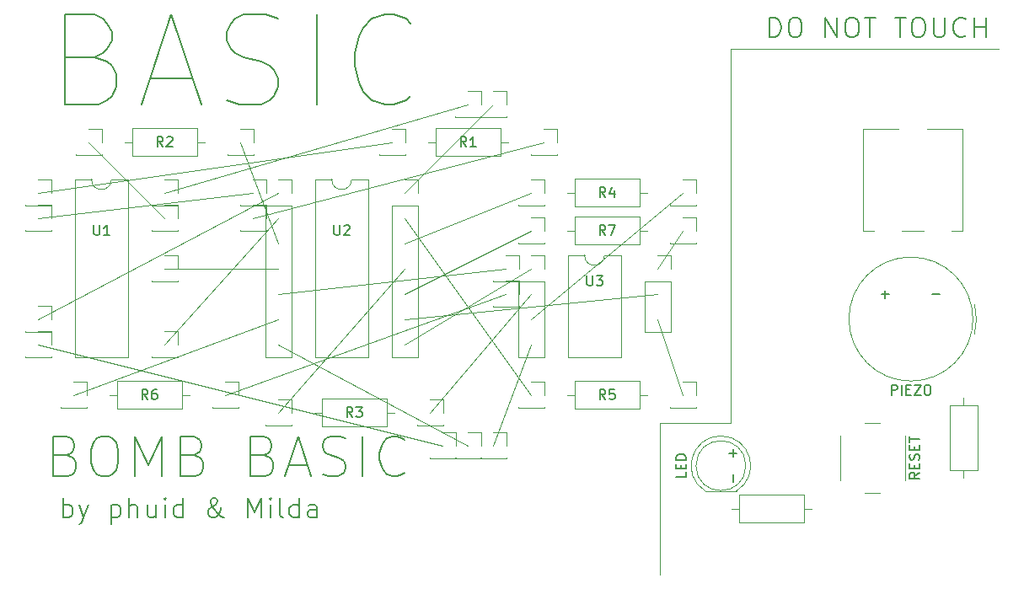
<source format=gbr>
%TF.GenerationSoftware,KiCad,Pcbnew,(6.0.5)*%
%TF.CreationDate,2022-06-11T21:03:46+02:00*%
%TF.ProjectId,bomba-robotabor,626f6d62-612d-4726-9f62-6f7461626f72,rev?*%
%TF.SameCoordinates,Original*%
%TF.FileFunction,Legend,Top*%
%TF.FilePolarity,Positive*%
%FSLAX46Y46*%
G04 Gerber Fmt 4.6, Leading zero omitted, Abs format (unit mm)*
G04 Created by KiCad (PCBNEW (6.0.5)) date 2022-06-11 21:03:46*
%MOMM*%
%LPD*%
G01*
G04 APERTURE LIST*
%ADD10C,0.120000*%
%ADD11C,0.150000*%
G04 APERTURE END LIST*
D10*
X120396000Y-77470000D02*
X140970000Y-69850000D01*
X129540000Y-57150000D02*
X160020000Y-48260000D01*
X166370000Y-64770000D02*
X153670000Y-72390000D01*
X186436000Y-42672000D02*
X186436000Y-80264000D01*
X179324000Y-80264000D02*
X179324000Y-95504000D01*
X140970000Y-72390000D02*
X160020000Y-82550000D01*
X167640000Y-52070000D02*
X138430000Y-59690000D01*
X121920000Y-52070000D02*
X129540000Y-59690000D01*
X152400000Y-52070000D02*
X116840000Y-57150000D01*
X181610000Y-77470000D02*
X179070000Y-69850000D01*
X116840000Y-72390000D02*
X157480000Y-82550000D01*
X166370000Y-77470000D02*
X153670000Y-59690000D01*
X129540000Y-72390000D02*
X140970000Y-59690000D01*
X166370000Y-69850000D02*
X181610000Y-57150000D01*
X156210000Y-79248000D02*
X166370000Y-67310000D01*
X166370000Y-57150000D02*
X153670000Y-62230000D01*
X153670000Y-57150000D02*
X162560000Y-48260000D01*
X135636000Y-77470000D02*
X163830000Y-67310000D01*
X166370000Y-60960000D02*
X153670000Y-67310000D01*
X116840000Y-59690000D02*
X138430000Y-57150000D01*
X186436000Y-80264000D02*
X179324000Y-80264000D01*
X179070000Y-67310000D02*
X153670000Y-69850000D01*
X163830000Y-64770000D02*
X140970000Y-67310000D01*
X166370000Y-72390000D02*
X162560000Y-82550000D01*
X129540000Y-64770000D02*
X140970000Y-64770000D01*
X116840000Y-69850000D02*
X140970000Y-57150000D01*
X140970000Y-79248000D02*
X153670000Y-64770000D01*
X213360000Y-42672000D02*
X186436000Y-42672000D01*
X179070000Y-64770000D02*
X181610000Y-60960000D01*
X140970000Y-62230000D02*
X137160000Y-52070000D01*
D11*
X206629047Y-67381428D02*
X207390952Y-67381428D01*
X201549047Y-67381428D02*
X202310952Y-67381428D01*
X201930000Y-67762380D02*
X201930000Y-67000476D01*
X186618571Y-82931047D02*
X186618571Y-83692952D01*
X186237619Y-83312000D02*
X186999523Y-83312000D01*
X122509142Y-43553142D02*
X123794857Y-43981714D01*
X124223428Y-44410285D01*
X124652000Y-45267428D01*
X124652000Y-46553142D01*
X124223428Y-47410285D01*
X123794857Y-47838857D01*
X122937714Y-48267428D01*
X119509142Y-48267428D01*
X119509142Y-39267428D01*
X122509142Y-39267428D01*
X123366285Y-39696000D01*
X123794857Y-40124571D01*
X124223428Y-40981714D01*
X124223428Y-41838857D01*
X123794857Y-42696000D01*
X123366285Y-43124571D01*
X122509142Y-43553142D01*
X119509142Y-43553142D01*
X128080571Y-45696000D02*
X132366285Y-45696000D01*
X127223428Y-48267428D02*
X130223428Y-39267428D01*
X133223428Y-48267428D01*
X135794857Y-47838857D02*
X137080571Y-48267428D01*
X139223428Y-48267428D01*
X140080571Y-47838857D01*
X140509142Y-47410285D01*
X140937714Y-46553142D01*
X140937714Y-45696000D01*
X140509142Y-44838857D01*
X140080571Y-44410285D01*
X139223428Y-43981714D01*
X137509142Y-43553142D01*
X136652000Y-43124571D01*
X136223428Y-42696000D01*
X135794857Y-41838857D01*
X135794857Y-40981714D01*
X136223428Y-40124571D01*
X136652000Y-39696000D01*
X137509142Y-39267428D01*
X139652000Y-39267428D01*
X140937714Y-39696000D01*
X144794857Y-48267428D02*
X144794857Y-39267428D01*
X154223428Y-47410285D02*
X153794857Y-47838857D01*
X152509142Y-48267428D01*
X151652000Y-48267428D01*
X150366285Y-47838857D01*
X149509142Y-46981714D01*
X149080571Y-46124571D01*
X148652000Y-44410285D01*
X148652000Y-43124571D01*
X149080571Y-41410285D01*
X149509142Y-40553142D01*
X150366285Y-39696000D01*
X151652000Y-39267428D01*
X152509142Y-39267428D01*
X153794857Y-39696000D01*
X154223428Y-40124571D01*
X190310857Y-41544761D02*
X190310857Y-39544761D01*
X190787047Y-39544761D01*
X191072761Y-39640000D01*
X191263238Y-39830476D01*
X191358476Y-40020952D01*
X191453714Y-40401904D01*
X191453714Y-40687619D01*
X191358476Y-41068571D01*
X191263238Y-41259047D01*
X191072761Y-41449523D01*
X190787047Y-41544761D01*
X190310857Y-41544761D01*
X192691809Y-39544761D02*
X193072761Y-39544761D01*
X193263238Y-39640000D01*
X193453714Y-39830476D01*
X193548952Y-40211428D01*
X193548952Y-40878095D01*
X193453714Y-41259047D01*
X193263238Y-41449523D01*
X193072761Y-41544761D01*
X192691809Y-41544761D01*
X192501333Y-41449523D01*
X192310857Y-41259047D01*
X192215619Y-40878095D01*
X192215619Y-40211428D01*
X192310857Y-39830476D01*
X192501333Y-39640000D01*
X192691809Y-39544761D01*
X195929904Y-41544761D02*
X195929904Y-39544761D01*
X197072761Y-41544761D01*
X197072761Y-39544761D01*
X198406095Y-39544761D02*
X198787047Y-39544761D01*
X198977523Y-39640000D01*
X199168000Y-39830476D01*
X199263238Y-40211428D01*
X199263238Y-40878095D01*
X199168000Y-41259047D01*
X198977523Y-41449523D01*
X198787047Y-41544761D01*
X198406095Y-41544761D01*
X198215619Y-41449523D01*
X198025142Y-41259047D01*
X197929904Y-40878095D01*
X197929904Y-40211428D01*
X198025142Y-39830476D01*
X198215619Y-39640000D01*
X198406095Y-39544761D01*
X199834666Y-39544761D02*
X200977523Y-39544761D01*
X200406095Y-41544761D02*
X200406095Y-39544761D01*
X202882285Y-39544761D02*
X204025142Y-39544761D01*
X203453714Y-41544761D02*
X203453714Y-39544761D01*
X205072761Y-39544761D02*
X205453714Y-39544761D01*
X205644190Y-39640000D01*
X205834666Y-39830476D01*
X205929904Y-40211428D01*
X205929904Y-40878095D01*
X205834666Y-41259047D01*
X205644190Y-41449523D01*
X205453714Y-41544761D01*
X205072761Y-41544761D01*
X204882285Y-41449523D01*
X204691809Y-41259047D01*
X204596571Y-40878095D01*
X204596571Y-40211428D01*
X204691809Y-39830476D01*
X204882285Y-39640000D01*
X205072761Y-39544761D01*
X206787047Y-39544761D02*
X206787047Y-41163809D01*
X206882285Y-41354285D01*
X206977523Y-41449523D01*
X207168000Y-41544761D01*
X207548952Y-41544761D01*
X207739428Y-41449523D01*
X207834666Y-41354285D01*
X207929904Y-41163809D01*
X207929904Y-39544761D01*
X210025142Y-41354285D02*
X209929904Y-41449523D01*
X209644190Y-41544761D01*
X209453714Y-41544761D01*
X209168000Y-41449523D01*
X208977523Y-41259047D01*
X208882285Y-41068571D01*
X208787047Y-40687619D01*
X208787047Y-40401904D01*
X208882285Y-40020952D01*
X208977523Y-39830476D01*
X209168000Y-39640000D01*
X209453714Y-39544761D01*
X209644190Y-39544761D01*
X209929904Y-39640000D01*
X210025142Y-39735238D01*
X210882285Y-41544761D02*
X210882285Y-39544761D01*
X210882285Y-40497142D02*
X212025142Y-40497142D01*
X212025142Y-41544761D02*
X212025142Y-39544761D01*
X119699523Y-83534285D02*
X120270952Y-83724761D01*
X120461428Y-83915238D01*
X120651904Y-84296190D01*
X120651904Y-84867619D01*
X120461428Y-85248571D01*
X120270952Y-85439047D01*
X119890000Y-85629523D01*
X118366190Y-85629523D01*
X118366190Y-81629523D01*
X119699523Y-81629523D01*
X120080476Y-81820000D01*
X120270952Y-82010476D01*
X120461428Y-82391428D01*
X120461428Y-82772380D01*
X120270952Y-83153333D01*
X120080476Y-83343809D01*
X119699523Y-83534285D01*
X118366190Y-83534285D01*
X123128095Y-81629523D02*
X123890000Y-81629523D01*
X124270952Y-81820000D01*
X124651904Y-82200952D01*
X124842380Y-82962857D01*
X124842380Y-84296190D01*
X124651904Y-85058095D01*
X124270952Y-85439047D01*
X123890000Y-85629523D01*
X123128095Y-85629523D01*
X122747142Y-85439047D01*
X122366190Y-85058095D01*
X122175714Y-84296190D01*
X122175714Y-82962857D01*
X122366190Y-82200952D01*
X122747142Y-81820000D01*
X123128095Y-81629523D01*
X126556666Y-85629523D02*
X126556666Y-81629523D01*
X127890000Y-84486666D01*
X129223333Y-81629523D01*
X129223333Y-85629523D01*
X132461428Y-83534285D02*
X133032857Y-83724761D01*
X133223333Y-83915238D01*
X133413809Y-84296190D01*
X133413809Y-84867619D01*
X133223333Y-85248571D01*
X133032857Y-85439047D01*
X132651904Y-85629523D01*
X131128095Y-85629523D01*
X131128095Y-81629523D01*
X132461428Y-81629523D01*
X132842380Y-81820000D01*
X133032857Y-82010476D01*
X133223333Y-82391428D01*
X133223333Y-82772380D01*
X133032857Y-83153333D01*
X132842380Y-83343809D01*
X132461428Y-83534285D01*
X131128095Y-83534285D01*
X139509047Y-83534285D02*
X140080476Y-83724761D01*
X140270952Y-83915238D01*
X140461428Y-84296190D01*
X140461428Y-84867619D01*
X140270952Y-85248571D01*
X140080476Y-85439047D01*
X139699523Y-85629523D01*
X138175714Y-85629523D01*
X138175714Y-81629523D01*
X139509047Y-81629523D01*
X139890000Y-81820000D01*
X140080476Y-82010476D01*
X140270952Y-82391428D01*
X140270952Y-82772380D01*
X140080476Y-83153333D01*
X139890000Y-83343809D01*
X139509047Y-83534285D01*
X138175714Y-83534285D01*
X141985238Y-84486666D02*
X143890000Y-84486666D01*
X141604285Y-85629523D02*
X142937619Y-81629523D01*
X144270952Y-85629523D01*
X145413809Y-85439047D02*
X145985238Y-85629523D01*
X146937619Y-85629523D01*
X147318571Y-85439047D01*
X147509047Y-85248571D01*
X147699523Y-84867619D01*
X147699523Y-84486666D01*
X147509047Y-84105714D01*
X147318571Y-83915238D01*
X146937619Y-83724761D01*
X146175714Y-83534285D01*
X145794761Y-83343809D01*
X145604285Y-83153333D01*
X145413809Y-82772380D01*
X145413809Y-82391428D01*
X145604285Y-82010476D01*
X145794761Y-81820000D01*
X146175714Y-81629523D01*
X147128095Y-81629523D01*
X147699523Y-81820000D01*
X149413809Y-85629523D02*
X149413809Y-81629523D01*
X153604285Y-85248571D02*
X153413809Y-85439047D01*
X152842380Y-85629523D01*
X152461428Y-85629523D01*
X151890000Y-85439047D01*
X151509047Y-85058095D01*
X151318571Y-84677142D01*
X151128095Y-83915238D01*
X151128095Y-83343809D01*
X151318571Y-82581904D01*
X151509047Y-82200952D01*
X151890000Y-81820000D01*
X152461428Y-81629523D01*
X152842380Y-81629523D01*
X153413809Y-81820000D01*
X153604285Y-82010476D01*
X186618571Y-85471047D02*
X186618571Y-86232952D01*
X119318095Y-89804761D02*
X119318095Y-87804761D01*
X119318095Y-88566666D02*
X119508571Y-88471428D01*
X119889523Y-88471428D01*
X120080000Y-88566666D01*
X120175238Y-88661904D01*
X120270476Y-88852380D01*
X120270476Y-89423809D01*
X120175238Y-89614285D01*
X120080000Y-89709523D01*
X119889523Y-89804761D01*
X119508571Y-89804761D01*
X119318095Y-89709523D01*
X120937142Y-88471428D02*
X121413333Y-89804761D01*
X121889523Y-88471428D02*
X121413333Y-89804761D01*
X121222857Y-90280952D01*
X121127619Y-90376190D01*
X120937142Y-90471428D01*
X124175238Y-88471428D02*
X124175238Y-90471428D01*
X124175238Y-88566666D02*
X124365714Y-88471428D01*
X124746666Y-88471428D01*
X124937142Y-88566666D01*
X125032380Y-88661904D01*
X125127619Y-88852380D01*
X125127619Y-89423809D01*
X125032380Y-89614285D01*
X124937142Y-89709523D01*
X124746666Y-89804761D01*
X124365714Y-89804761D01*
X124175238Y-89709523D01*
X125984761Y-89804761D02*
X125984761Y-87804761D01*
X126841904Y-89804761D02*
X126841904Y-88757142D01*
X126746666Y-88566666D01*
X126556190Y-88471428D01*
X126270476Y-88471428D01*
X126080000Y-88566666D01*
X125984761Y-88661904D01*
X128651428Y-88471428D02*
X128651428Y-89804761D01*
X127794285Y-88471428D02*
X127794285Y-89519047D01*
X127889523Y-89709523D01*
X128080000Y-89804761D01*
X128365714Y-89804761D01*
X128556190Y-89709523D01*
X128651428Y-89614285D01*
X129603809Y-89804761D02*
X129603809Y-88471428D01*
X129603809Y-87804761D02*
X129508571Y-87900000D01*
X129603809Y-87995238D01*
X129699047Y-87900000D01*
X129603809Y-87804761D01*
X129603809Y-87995238D01*
X131413333Y-89804761D02*
X131413333Y-87804761D01*
X131413333Y-89709523D02*
X131222857Y-89804761D01*
X130841904Y-89804761D01*
X130651428Y-89709523D01*
X130556190Y-89614285D01*
X130460952Y-89423809D01*
X130460952Y-88852380D01*
X130556190Y-88661904D01*
X130651428Y-88566666D01*
X130841904Y-88471428D01*
X131222857Y-88471428D01*
X131413333Y-88566666D01*
X135508571Y-89804761D02*
X135413333Y-89804761D01*
X135222857Y-89709523D01*
X134937142Y-89423809D01*
X134460952Y-88852380D01*
X134270476Y-88566666D01*
X134175238Y-88280952D01*
X134175238Y-88090476D01*
X134270476Y-87900000D01*
X134460952Y-87804761D01*
X134556190Y-87804761D01*
X134746666Y-87900000D01*
X134841904Y-88090476D01*
X134841904Y-88185714D01*
X134746666Y-88376190D01*
X134651428Y-88471428D01*
X134080000Y-88852380D01*
X133984761Y-88947619D01*
X133889523Y-89138095D01*
X133889523Y-89423809D01*
X133984761Y-89614285D01*
X134080000Y-89709523D01*
X134270476Y-89804761D01*
X134556190Y-89804761D01*
X134746666Y-89709523D01*
X134841904Y-89614285D01*
X135127619Y-89233333D01*
X135222857Y-88947619D01*
X135222857Y-88757142D01*
X137889523Y-89804761D02*
X137889523Y-87804761D01*
X138556190Y-89233333D01*
X139222857Y-87804761D01*
X139222857Y-89804761D01*
X140175238Y-89804761D02*
X140175238Y-88471428D01*
X140175238Y-87804761D02*
X140080000Y-87900000D01*
X140175238Y-87995238D01*
X140270476Y-87900000D01*
X140175238Y-87804761D01*
X140175238Y-87995238D01*
X141413333Y-89804761D02*
X141222857Y-89709523D01*
X141127619Y-89519047D01*
X141127619Y-87804761D01*
X143032380Y-89804761D02*
X143032380Y-87804761D01*
X143032380Y-89709523D02*
X142841904Y-89804761D01*
X142460952Y-89804761D01*
X142270476Y-89709523D01*
X142175238Y-89614285D01*
X142080000Y-89423809D01*
X142080000Y-88852380D01*
X142175238Y-88661904D01*
X142270476Y-88566666D01*
X142460952Y-88471428D01*
X142841904Y-88471428D01*
X143032380Y-88566666D01*
X144841904Y-89804761D02*
X144841904Y-88757142D01*
X144746666Y-88566666D01*
X144556190Y-88471428D01*
X144175238Y-88471428D01*
X143984761Y-88566666D01*
X144841904Y-89709523D02*
X144651428Y-89804761D01*
X144175238Y-89804761D01*
X143984761Y-89709523D01*
X143889523Y-89519047D01*
X143889523Y-89328571D01*
X143984761Y-89138095D01*
X144175238Y-89042857D01*
X144651428Y-89042857D01*
X144841904Y-88947619D01*
%TO.C,R1*%
X159853333Y-52522380D02*
X159520000Y-52046190D01*
X159281904Y-52522380D02*
X159281904Y-51522380D01*
X159662857Y-51522380D01*
X159758095Y-51570000D01*
X159805714Y-51617619D01*
X159853333Y-51712857D01*
X159853333Y-51855714D01*
X159805714Y-51950952D01*
X159758095Y-51998571D01*
X159662857Y-52046190D01*
X159281904Y-52046190D01*
X160805714Y-52522380D02*
X160234285Y-52522380D01*
X160520000Y-52522380D02*
X160520000Y-51522380D01*
X160424761Y-51665238D01*
X160329523Y-51760476D01*
X160234285Y-51808095D01*
%TO.C,R2*%
X129373333Y-52522380D02*
X129040000Y-52046190D01*
X128801904Y-52522380D02*
X128801904Y-51522380D01*
X129182857Y-51522380D01*
X129278095Y-51570000D01*
X129325714Y-51617619D01*
X129373333Y-51712857D01*
X129373333Y-51855714D01*
X129325714Y-51950952D01*
X129278095Y-51998571D01*
X129182857Y-52046190D01*
X128801904Y-52046190D01*
X129754285Y-51617619D02*
X129801904Y-51570000D01*
X129897142Y-51522380D01*
X130135238Y-51522380D01*
X130230476Y-51570000D01*
X130278095Y-51617619D01*
X130325714Y-51712857D01*
X130325714Y-51808095D01*
X130278095Y-51950952D01*
X129706666Y-52522380D01*
X130325714Y-52522380D01*
%TO.C,R3*%
X148423333Y-79700380D02*
X148090000Y-79224190D01*
X147851904Y-79700380D02*
X147851904Y-78700380D01*
X148232857Y-78700380D01*
X148328095Y-78748000D01*
X148375714Y-78795619D01*
X148423333Y-78890857D01*
X148423333Y-79033714D01*
X148375714Y-79128952D01*
X148328095Y-79176571D01*
X148232857Y-79224190D01*
X147851904Y-79224190D01*
X148756666Y-78700380D02*
X149375714Y-78700380D01*
X149042380Y-79081333D01*
X149185238Y-79081333D01*
X149280476Y-79128952D01*
X149328095Y-79176571D01*
X149375714Y-79271809D01*
X149375714Y-79509904D01*
X149328095Y-79605142D01*
X149280476Y-79652761D01*
X149185238Y-79700380D01*
X148899523Y-79700380D01*
X148804285Y-79652761D01*
X148756666Y-79605142D01*
%TO.C,R4*%
X173823333Y-57602380D02*
X173490000Y-57126190D01*
X173251904Y-57602380D02*
X173251904Y-56602380D01*
X173632857Y-56602380D01*
X173728095Y-56650000D01*
X173775714Y-56697619D01*
X173823333Y-56792857D01*
X173823333Y-56935714D01*
X173775714Y-57030952D01*
X173728095Y-57078571D01*
X173632857Y-57126190D01*
X173251904Y-57126190D01*
X174680476Y-56935714D02*
X174680476Y-57602380D01*
X174442380Y-56554761D02*
X174204285Y-57269047D01*
X174823333Y-57269047D01*
%TO.C,R5*%
X173823333Y-77922380D02*
X173490000Y-77446190D01*
X173251904Y-77922380D02*
X173251904Y-76922380D01*
X173632857Y-76922380D01*
X173728095Y-76970000D01*
X173775714Y-77017619D01*
X173823333Y-77112857D01*
X173823333Y-77255714D01*
X173775714Y-77350952D01*
X173728095Y-77398571D01*
X173632857Y-77446190D01*
X173251904Y-77446190D01*
X174728095Y-76922380D02*
X174251904Y-76922380D01*
X174204285Y-77398571D01*
X174251904Y-77350952D01*
X174347142Y-77303333D01*
X174585238Y-77303333D01*
X174680476Y-77350952D01*
X174728095Y-77398571D01*
X174775714Y-77493809D01*
X174775714Y-77731904D01*
X174728095Y-77827142D01*
X174680476Y-77874761D01*
X174585238Y-77922380D01*
X174347142Y-77922380D01*
X174251904Y-77874761D01*
X174204285Y-77827142D01*
%TO.C,R6*%
X127849333Y-77922380D02*
X127516000Y-77446190D01*
X127277904Y-77922380D02*
X127277904Y-76922380D01*
X127658857Y-76922380D01*
X127754095Y-76970000D01*
X127801714Y-77017619D01*
X127849333Y-77112857D01*
X127849333Y-77255714D01*
X127801714Y-77350952D01*
X127754095Y-77398571D01*
X127658857Y-77446190D01*
X127277904Y-77446190D01*
X128706476Y-76922380D02*
X128516000Y-76922380D01*
X128420761Y-76970000D01*
X128373142Y-77017619D01*
X128277904Y-77160476D01*
X128230285Y-77350952D01*
X128230285Y-77731904D01*
X128277904Y-77827142D01*
X128325523Y-77874761D01*
X128420761Y-77922380D01*
X128611238Y-77922380D01*
X128706476Y-77874761D01*
X128754095Y-77827142D01*
X128801714Y-77731904D01*
X128801714Y-77493809D01*
X128754095Y-77398571D01*
X128706476Y-77350952D01*
X128611238Y-77303333D01*
X128420761Y-77303333D01*
X128325523Y-77350952D01*
X128277904Y-77398571D01*
X128230285Y-77493809D01*
%TO.C,R7*%
X173823333Y-61412380D02*
X173490000Y-60936190D01*
X173251904Y-61412380D02*
X173251904Y-60412380D01*
X173632857Y-60412380D01*
X173728095Y-60460000D01*
X173775714Y-60507619D01*
X173823333Y-60602857D01*
X173823333Y-60745714D01*
X173775714Y-60840952D01*
X173728095Y-60888571D01*
X173632857Y-60936190D01*
X173251904Y-60936190D01*
X174156666Y-60412380D02*
X174823333Y-60412380D01*
X174394761Y-61412380D01*
%TO.C,U1*%
X122428095Y-60412380D02*
X122428095Y-61221904D01*
X122475714Y-61317142D01*
X122523333Y-61364761D01*
X122618571Y-61412380D01*
X122809047Y-61412380D01*
X122904285Y-61364761D01*
X122951904Y-61317142D01*
X122999523Y-61221904D01*
X122999523Y-60412380D01*
X123999523Y-61412380D02*
X123428095Y-61412380D01*
X123713809Y-61412380D02*
X123713809Y-60412380D01*
X123618571Y-60555238D01*
X123523333Y-60650476D01*
X123428095Y-60698095D01*
%TO.C,U2*%
X146558095Y-60412380D02*
X146558095Y-61221904D01*
X146605714Y-61317142D01*
X146653333Y-61364761D01*
X146748571Y-61412380D01*
X146939047Y-61412380D01*
X147034285Y-61364761D01*
X147081904Y-61317142D01*
X147129523Y-61221904D01*
X147129523Y-60412380D01*
X147558095Y-60507619D02*
X147605714Y-60460000D01*
X147700952Y-60412380D01*
X147939047Y-60412380D01*
X148034285Y-60460000D01*
X148081904Y-60507619D01*
X148129523Y-60602857D01*
X148129523Y-60698095D01*
X148081904Y-60840952D01*
X147510476Y-61412380D01*
X148129523Y-61412380D01*
%TO.C,U3*%
X171958095Y-65492380D02*
X171958095Y-66301904D01*
X172005714Y-66397142D01*
X172053333Y-66444761D01*
X172148571Y-66492380D01*
X172339047Y-66492380D01*
X172434285Y-66444761D01*
X172481904Y-66397142D01*
X172529523Y-66301904D01*
X172529523Y-65492380D01*
X172910476Y-65492380D02*
X173529523Y-65492380D01*
X173196190Y-65873333D01*
X173339047Y-65873333D01*
X173434285Y-65920952D01*
X173481904Y-65968571D01*
X173529523Y-66063809D01*
X173529523Y-66301904D01*
X173481904Y-66397142D01*
X173434285Y-66444761D01*
X173339047Y-66492380D01*
X173053333Y-66492380D01*
X172958095Y-66444761D01*
X172910476Y-66397142D01*
%TO.C, *%
%TO.C,RESET*%
X205362380Y-85272380D02*
X204886190Y-85605714D01*
X205362380Y-85843809D02*
X204362380Y-85843809D01*
X204362380Y-85462857D01*
X204410000Y-85367619D01*
X204457619Y-85320000D01*
X204552857Y-85272380D01*
X204695714Y-85272380D01*
X204790952Y-85320000D01*
X204838571Y-85367619D01*
X204886190Y-85462857D01*
X204886190Y-85843809D01*
X204838571Y-84843809D02*
X204838571Y-84510476D01*
X205362380Y-84367619D02*
X205362380Y-84843809D01*
X204362380Y-84843809D01*
X204362380Y-84367619D01*
X205314761Y-83986666D02*
X205362380Y-83843809D01*
X205362380Y-83605714D01*
X205314761Y-83510476D01*
X205267142Y-83462857D01*
X205171904Y-83415238D01*
X205076666Y-83415238D01*
X204981428Y-83462857D01*
X204933809Y-83510476D01*
X204886190Y-83605714D01*
X204838571Y-83796190D01*
X204790952Y-83891428D01*
X204743333Y-83939047D01*
X204648095Y-83986666D01*
X204552857Y-83986666D01*
X204457619Y-83939047D01*
X204410000Y-83891428D01*
X204362380Y-83796190D01*
X204362380Y-83558095D01*
X204410000Y-83415238D01*
X204838571Y-82986666D02*
X204838571Y-82653333D01*
X205362380Y-82510476D02*
X205362380Y-82986666D01*
X204362380Y-82986666D01*
X204362380Y-82510476D01*
X204362380Y-82224761D02*
X204362380Y-81653333D01*
X205362380Y-81939047D02*
X204362380Y-81939047D01*
%TO.C,LED*%
X181912380Y-85224857D02*
X181912380Y-85701047D01*
X180912380Y-85701047D01*
X181388571Y-84891523D02*
X181388571Y-84558190D01*
X181912380Y-84415333D02*
X181912380Y-84891523D01*
X180912380Y-84891523D01*
X180912380Y-84415333D01*
X181912380Y-83986761D02*
X180912380Y-83986761D01*
X180912380Y-83748666D01*
X180960000Y-83605809D01*
X181055238Y-83510571D01*
X181150476Y-83462952D01*
X181340952Y-83415333D01*
X181483809Y-83415333D01*
X181674285Y-83462952D01*
X181769523Y-83510571D01*
X181864761Y-83605809D01*
X181912380Y-83748666D01*
X181912380Y-83986761D01*
%TO.C,PIEZO*%
X202557619Y-77472380D02*
X202557619Y-76472380D01*
X202938571Y-76472380D01*
X203033809Y-76520000D01*
X203081428Y-76567619D01*
X203129047Y-76662857D01*
X203129047Y-76805714D01*
X203081428Y-76900952D01*
X203033809Y-76948571D01*
X202938571Y-76996190D01*
X202557619Y-76996190D01*
X203557619Y-77472380D02*
X203557619Y-76472380D01*
X204033809Y-76948571D02*
X204367142Y-76948571D01*
X204510000Y-77472380D02*
X204033809Y-77472380D01*
X204033809Y-76472380D01*
X204510000Y-76472380D01*
X204843333Y-76472380D02*
X205510000Y-76472380D01*
X204843333Y-77472380D01*
X205510000Y-77472380D01*
X206081428Y-76472380D02*
X206271904Y-76472380D01*
X206367142Y-76520000D01*
X206462380Y-76615238D01*
X206510000Y-76805714D01*
X206510000Y-77139047D01*
X206462380Y-77329523D01*
X206367142Y-77424761D01*
X206271904Y-77472380D01*
X206081428Y-77472380D01*
X205986190Y-77424761D01*
X205890952Y-77329523D01*
X205843333Y-77139047D01*
X205843333Y-76805714D01*
X205890952Y-76615238D01*
X205986190Y-76520000D01*
X206081428Y-76472380D01*
%TO.C, *%
D10*
%TO.C,R1*%
X164060000Y-52070000D02*
X163290000Y-52070000D01*
X163290000Y-53440000D02*
X163290000Y-50700000D01*
X156750000Y-50700000D02*
X156750000Y-53440000D01*
X163290000Y-50700000D02*
X156750000Y-50700000D01*
X155980000Y-52070000D02*
X156750000Y-52070000D01*
X156750000Y-53440000D02*
X163290000Y-53440000D01*
%TO.C,R2*%
X132810000Y-50700000D02*
X126270000Y-50700000D01*
X125500000Y-52070000D02*
X126270000Y-52070000D01*
X132810000Y-53440000D02*
X132810000Y-50700000D01*
X133580000Y-52070000D02*
X132810000Y-52070000D01*
X126270000Y-53440000D02*
X132810000Y-53440000D01*
X126270000Y-50700000D02*
X126270000Y-53440000D01*
%TO.C,R3*%
X144550000Y-79248000D02*
X145320000Y-79248000D01*
X151860000Y-80618000D02*
X151860000Y-77878000D01*
X152630000Y-79248000D02*
X151860000Y-79248000D01*
X145320000Y-80618000D02*
X151860000Y-80618000D01*
X151860000Y-77878000D02*
X145320000Y-77878000D01*
X145320000Y-77878000D02*
X145320000Y-80618000D01*
%TO.C,R4*%
X178030000Y-57150000D02*
X177260000Y-57150000D01*
X169950000Y-57150000D02*
X170720000Y-57150000D01*
X170720000Y-58520000D02*
X177260000Y-58520000D01*
X177260000Y-55780000D02*
X170720000Y-55780000D01*
X177260000Y-58520000D02*
X177260000Y-55780000D01*
X170720000Y-55780000D02*
X170720000Y-58520000D01*
%TO.C,R5*%
X177260000Y-76100000D02*
X170720000Y-76100000D01*
X170720000Y-78840000D02*
X177260000Y-78840000D01*
X170720000Y-76100000D02*
X170720000Y-78840000D01*
X177260000Y-78840000D02*
X177260000Y-76100000D01*
X178030000Y-77470000D02*
X177260000Y-77470000D01*
X169950000Y-77470000D02*
X170720000Y-77470000D01*
%TO.C,R6*%
X132056000Y-77470000D02*
X131286000Y-77470000D01*
X124746000Y-76100000D02*
X124746000Y-78840000D01*
X123976000Y-77470000D02*
X124746000Y-77470000D01*
X124746000Y-78840000D02*
X131286000Y-78840000D01*
X131286000Y-76100000D02*
X124746000Y-76100000D01*
X131286000Y-78840000D02*
X131286000Y-76100000D01*
%TO.C,R7*%
X178030000Y-60960000D02*
X177260000Y-60960000D01*
X169950000Y-60960000D02*
X170720000Y-60960000D01*
X177260000Y-62330000D02*
X177260000Y-59590000D01*
X177260000Y-59590000D02*
X170720000Y-59590000D01*
X170720000Y-59590000D02*
X170720000Y-62330000D01*
X170720000Y-62330000D02*
X177260000Y-62330000D01*
%TO.C,U1*%
X120540000Y-55820000D02*
X120540000Y-73720000D01*
X120540000Y-73720000D02*
X125840000Y-73720000D01*
X122190000Y-55820000D02*
X120540000Y-55820000D01*
X125840000Y-55820000D02*
X124190000Y-55820000D01*
X125840000Y-73720000D02*
X125840000Y-55820000D01*
X122190000Y-55820000D02*
G75*
G03*
X124190000Y-55820000I1000000J0D01*
G01*
%TO.C,U2*%
X146320000Y-55820000D02*
X144670000Y-55820000D01*
X149970000Y-55820000D02*
X148320000Y-55820000D01*
X149970000Y-73720000D02*
X149970000Y-55820000D01*
X144670000Y-55820000D02*
X144670000Y-73720000D01*
X144670000Y-73720000D02*
X149970000Y-73720000D01*
X146320000Y-55820000D02*
G75*
G03*
X148320000Y-55820000I1000000J0D01*
G01*
%TO.C,U3*%
X175370000Y-63440000D02*
X173720000Y-63440000D01*
X170070000Y-63440000D02*
X170070000Y-73720000D01*
X175370000Y-73720000D02*
X175370000Y-63440000D01*
X170070000Y-73720000D02*
X175370000Y-73720000D01*
X171720000Y-63440000D02*
X170070000Y-63440000D01*
X171720000Y-63440000D02*
G75*
G03*
X173720000Y-63440000I1000000J0D01*
G01*
%TO.C, *%
X142300000Y-58420000D02*
X142300000Y-73720000D01*
X142300000Y-55820000D02*
X142300000Y-57150000D01*
X139640000Y-58420000D02*
X142300000Y-58420000D01*
X140970000Y-55820000D02*
X142300000Y-55820000D01*
X139640000Y-58420000D02*
X139640000Y-73720000D01*
X139640000Y-73720000D02*
X142300000Y-73720000D01*
X152340000Y-73720000D02*
X155000000Y-73720000D01*
X155000000Y-55820000D02*
X155000000Y-57150000D01*
X155000000Y-58420000D02*
X155000000Y-73720000D01*
X152340000Y-58420000D02*
X152340000Y-73720000D01*
X153670000Y-55820000D02*
X155000000Y-55820000D01*
X152340000Y-58420000D02*
X155000000Y-58420000D01*
X167700000Y-66040000D02*
X167700000Y-73720000D01*
X165040000Y-66040000D02*
X167700000Y-66040000D01*
X165040000Y-66040000D02*
X165040000Y-73720000D01*
X165040000Y-73720000D02*
X167700000Y-73720000D01*
X167700000Y-63440000D02*
X167700000Y-64770000D01*
X166370000Y-63440000D02*
X167700000Y-63440000D01*
X181610000Y-76140000D02*
X182940000Y-76140000D01*
X182940000Y-78680000D02*
X182940000Y-78800000D01*
X180280000Y-78680000D02*
X180280000Y-78800000D01*
X180280000Y-78800000D02*
X182940000Y-78800000D01*
X182940000Y-76140000D02*
X182940000Y-77470000D01*
%TO.C,REF\u002A\u002A*%
X177740000Y-66040000D02*
X177740000Y-71180000D01*
X180400000Y-63440000D02*
X180400000Y-64770000D01*
X177740000Y-71180000D02*
X180400000Y-71180000D01*
X177740000Y-66040000D02*
X180400000Y-66040000D01*
X180400000Y-66040000D02*
X180400000Y-71180000D01*
X179070000Y-63440000D02*
X180400000Y-63440000D01*
%TO.C,RESET*%
X201410000Y-80320000D02*
X199910000Y-80320000D01*
X197410000Y-81570000D02*
X197410000Y-86070000D01*
X203910000Y-86070000D02*
X203910000Y-81570000D01*
X199910000Y-87320000D02*
X201410000Y-87320000D01*
%TO.C,LED*%
X183875000Y-87142000D02*
X186965000Y-87142000D01*
X186964830Y-87142000D02*
G75*
G03*
X185419538Y-81592000I-1544830J2560000D01*
G01*
X185420462Y-81592000D02*
G75*
G03*
X183875170Y-87142000I-462J-2990000D01*
G01*
X187920000Y-84582000D02*
G75*
G03*
X187920000Y-84582000I-2500000J0D01*
G01*
%TO.C,PIEZO*%
X210910000Y-71350000D02*
G75*
G03*
X210910000Y-68350001I-6400000J1500000D01*
G01*
X210740000Y-69850000D02*
G75*
G03*
X210740000Y-69850000I-6230000J0D01*
G01*
%TO.C,R (PIEZO)*%
X208434000Y-78518000D02*
X208434000Y-85058000D01*
X211174000Y-78518000D02*
X208434000Y-78518000D01*
X209804000Y-77748000D02*
X209804000Y-78518000D01*
X208434000Y-85058000D02*
X211174000Y-85058000D01*
X209804000Y-85828000D02*
X209804000Y-85058000D01*
X211174000Y-85058000D02*
X211174000Y-78518000D01*
%TO.C,R (LED)*%
X193770000Y-90270000D02*
X193770000Y-87530000D01*
X193770000Y-87530000D02*
X187230000Y-87530000D01*
X187230000Y-87530000D02*
X187230000Y-90270000D01*
X186460000Y-88900000D02*
X187230000Y-88900000D01*
X187230000Y-90270000D02*
X193770000Y-90270000D01*
X194540000Y-88900000D02*
X193770000Y-88900000D01*
%TO.C, *%
X165040000Y-58480000D02*
X167700000Y-58480000D01*
X165040000Y-58360000D02*
X165040000Y-58480000D01*
X166370000Y-55820000D02*
X167700000Y-55820000D01*
X167700000Y-58360000D02*
X167700000Y-58480000D01*
X167700000Y-55820000D02*
X167700000Y-57150000D01*
X151070000Y-53280000D02*
X151070000Y-53400000D01*
X151070000Y-53400000D02*
X153730000Y-53400000D01*
X152400000Y-50740000D02*
X153730000Y-50740000D01*
X153730000Y-53280000D02*
X153730000Y-53400000D01*
X153730000Y-50740000D02*
X153730000Y-52070000D01*
X138430000Y-55820000D02*
X139760000Y-55820000D01*
X137100000Y-58360000D02*
X137100000Y-58480000D01*
X139760000Y-55820000D02*
X139760000Y-57150000D01*
X137100000Y-58480000D02*
X139760000Y-58480000D01*
X139760000Y-58360000D02*
X139760000Y-58480000D01*
X165160000Y-68520000D02*
X165160000Y-68640000D01*
X162500000Y-68640000D02*
X165160000Y-68640000D01*
X163830000Y-65980000D02*
X165160000Y-65980000D01*
X162500000Y-68520000D02*
X162500000Y-68640000D01*
X165160000Y-65980000D02*
X165160000Y-67310000D01*
X165160000Y-65980000D02*
X165160000Y-66100000D01*
X162500000Y-66100000D02*
X165160000Y-66100000D01*
X165160000Y-63440000D02*
X165160000Y-64770000D01*
X162500000Y-65980000D02*
X162500000Y-66100000D01*
X163830000Y-63440000D02*
X165160000Y-63440000D01*
X166370000Y-76140000D02*
X167700000Y-76140000D01*
X165040000Y-78680000D02*
X165040000Y-78800000D01*
X165040000Y-78800000D02*
X167700000Y-78800000D01*
X167700000Y-78680000D02*
X167700000Y-78800000D01*
X167700000Y-76140000D02*
X167700000Y-77470000D01*
X130870000Y-60900000D02*
X130870000Y-61020000D01*
X128210000Y-61020000D02*
X130870000Y-61020000D01*
X130870000Y-58360000D02*
X130870000Y-59690000D01*
X129540000Y-58360000D02*
X130870000Y-58360000D01*
X128210000Y-60900000D02*
X128210000Y-61020000D01*
X163890000Y-46930000D02*
X163890000Y-48260000D01*
X161230000Y-49590000D02*
X163890000Y-49590000D01*
X162560000Y-46930000D02*
X163890000Y-46930000D01*
X163890000Y-49470000D02*
X163890000Y-49590000D01*
X161230000Y-49470000D02*
X161230000Y-49590000D01*
X167700000Y-59630000D02*
X167700000Y-60960000D01*
X165040000Y-62170000D02*
X165040000Y-62290000D01*
X166370000Y-59630000D02*
X167700000Y-59630000D01*
X167700000Y-62170000D02*
X167700000Y-62290000D01*
X165040000Y-62290000D02*
X167700000Y-62290000D01*
X136966000Y-76140000D02*
X136966000Y-77470000D01*
X134306000Y-78680000D02*
X134306000Y-78800000D01*
X136966000Y-78680000D02*
X136966000Y-78800000D01*
X134306000Y-78800000D02*
X136966000Y-78800000D01*
X135636000Y-76140000D02*
X136966000Y-76140000D01*
X137100000Y-61020000D02*
X139760000Y-61020000D01*
X139760000Y-58360000D02*
X139760000Y-59690000D01*
X138430000Y-58360000D02*
X139760000Y-58360000D01*
X137100000Y-60900000D02*
X137100000Y-61020000D01*
X139760000Y-60900000D02*
X139760000Y-61020000D01*
X129540000Y-63440000D02*
X130870000Y-63440000D01*
X128210000Y-65980000D02*
X128210000Y-66100000D01*
X130870000Y-63440000D02*
X130870000Y-64770000D01*
X130870000Y-65980000D02*
X130870000Y-66100000D01*
X128210000Y-66100000D02*
X130870000Y-66100000D01*
X180280000Y-58480000D02*
X182940000Y-58480000D01*
X182940000Y-58360000D02*
X182940000Y-58480000D01*
X180280000Y-58360000D02*
X180280000Y-58480000D01*
X182940000Y-55820000D02*
X182940000Y-57150000D01*
X181610000Y-55820000D02*
X182940000Y-55820000D01*
X130870000Y-55820000D02*
X130870000Y-57150000D01*
X130870000Y-58360000D02*
X130870000Y-58480000D01*
X128210000Y-58480000D02*
X130870000Y-58480000D01*
X129540000Y-55820000D02*
X130870000Y-55820000D01*
X128210000Y-58360000D02*
X128210000Y-58480000D01*
X120590000Y-53400000D02*
X123250000Y-53400000D01*
X123250000Y-53280000D02*
X123250000Y-53400000D01*
X121920000Y-50740000D02*
X123250000Y-50740000D01*
X120590000Y-53280000D02*
X120590000Y-53400000D01*
X123250000Y-50740000D02*
X123250000Y-52070000D01*
X115510000Y-61020000D02*
X118170000Y-61020000D01*
X116840000Y-58360000D02*
X118170000Y-58360000D01*
X118170000Y-60900000D02*
X118170000Y-61020000D01*
X115510000Y-60900000D02*
X115510000Y-61020000D01*
X118170000Y-58360000D02*
X118170000Y-59690000D01*
X162560000Y-81220000D02*
X163890000Y-81220000D01*
X163890000Y-81220000D02*
X163890000Y-82550000D01*
X163890000Y-83760000D02*
X163890000Y-83880000D01*
X161230000Y-83760000D02*
X161230000Y-83880000D01*
X161230000Y-83880000D02*
X163890000Y-83880000D01*
X118170000Y-58360000D02*
X118170000Y-58480000D01*
X116840000Y-55820000D02*
X118170000Y-55820000D01*
X118170000Y-55820000D02*
X118170000Y-57150000D01*
X115510000Y-58360000D02*
X115510000Y-58480000D01*
X115510000Y-58480000D02*
X118170000Y-58480000D01*
X180280000Y-62170000D02*
X180280000Y-62290000D01*
X180280000Y-62290000D02*
X182940000Y-62290000D01*
X181610000Y-59630000D02*
X182940000Y-59630000D01*
X182940000Y-59630000D02*
X182940000Y-60960000D01*
X182940000Y-62170000D02*
X182940000Y-62290000D01*
%TO.C,REF\u002A\u002A*%
X206124000Y-50760000D02*
X209719000Y-50760000D01*
X199678000Y-61000000D02*
X199678000Y-50760000D01*
X199678000Y-50760000D02*
X203274000Y-50760000D01*
X199678000Y-61000000D02*
X200773000Y-61000000D01*
X203625000Y-61000000D02*
X205774000Y-61000000D01*
X208624000Y-61000000D02*
X209719000Y-61000000D01*
X209719000Y-61000000D02*
X209719000Y-50760000D01*
%TO.C, *%
X119066000Y-78680000D02*
X119066000Y-78800000D01*
X120396000Y-76140000D02*
X121726000Y-76140000D01*
X121726000Y-78680000D02*
X121726000Y-78800000D01*
X121726000Y-76140000D02*
X121726000Y-77470000D01*
X119066000Y-78800000D02*
X121726000Y-78800000D01*
X128210000Y-73600000D02*
X128210000Y-73720000D01*
X128210000Y-73720000D02*
X130870000Y-73720000D01*
X129540000Y-71060000D02*
X130870000Y-71060000D01*
X130870000Y-73600000D02*
X130870000Y-73720000D01*
X130870000Y-71060000D02*
X130870000Y-72390000D01*
X118170000Y-68520000D02*
X118170000Y-69850000D01*
X116840000Y-68520000D02*
X118170000Y-68520000D01*
X115510000Y-71060000D02*
X115510000Y-71180000D01*
X118170000Y-71060000D02*
X118170000Y-71180000D01*
X115510000Y-71180000D02*
X118170000Y-71180000D01*
X166310000Y-53400000D02*
X168970000Y-53400000D01*
X168970000Y-50740000D02*
X168970000Y-52070000D01*
X166310000Y-53280000D02*
X166310000Y-53400000D01*
X168970000Y-53280000D02*
X168970000Y-53400000D01*
X167640000Y-50740000D02*
X168970000Y-50740000D01*
X137160000Y-50740000D02*
X138490000Y-50740000D01*
X135830000Y-53280000D02*
X135830000Y-53400000D01*
X138490000Y-50740000D02*
X138490000Y-52070000D01*
X135830000Y-53400000D02*
X138490000Y-53400000D01*
X138490000Y-53280000D02*
X138490000Y-53400000D01*
X139640000Y-80578000D02*
X142300000Y-80578000D01*
X142300000Y-80458000D02*
X142300000Y-80578000D01*
X140970000Y-77918000D02*
X142300000Y-77918000D01*
X139640000Y-80458000D02*
X139640000Y-80578000D01*
X142300000Y-77918000D02*
X142300000Y-79248000D01*
X156150000Y-83760000D02*
X156150000Y-83880000D01*
X158810000Y-81220000D02*
X158810000Y-82550000D01*
X157480000Y-81220000D02*
X158810000Y-81220000D01*
X158810000Y-83760000D02*
X158810000Y-83880000D01*
X156150000Y-83880000D02*
X158810000Y-83880000D01*
X157540000Y-77918000D02*
X157540000Y-79248000D01*
X156210000Y-77918000D02*
X157540000Y-77918000D01*
X154880000Y-80578000D02*
X157540000Y-80578000D01*
X154880000Y-80458000D02*
X154880000Y-80578000D01*
X157540000Y-80458000D02*
X157540000Y-80578000D01*
X115510000Y-73720000D02*
X118170000Y-73720000D01*
X115510000Y-73600000D02*
X115510000Y-73720000D01*
X116840000Y-71060000D02*
X118170000Y-71060000D01*
X118170000Y-73600000D02*
X118170000Y-73720000D01*
X118170000Y-71060000D02*
X118170000Y-72390000D01*
X161350000Y-83760000D02*
X161350000Y-83880000D01*
X158690000Y-83880000D02*
X161350000Y-83880000D01*
X158690000Y-83760000D02*
X158690000Y-83880000D01*
X161350000Y-81220000D02*
X161350000Y-82550000D01*
X160020000Y-81220000D02*
X161350000Y-81220000D01*
X160020000Y-46930000D02*
X161350000Y-46930000D01*
X161350000Y-49470000D02*
X161350000Y-49590000D01*
X158690000Y-49590000D02*
X161350000Y-49590000D01*
X158690000Y-49470000D02*
X158690000Y-49590000D01*
X161350000Y-46930000D02*
X161350000Y-48260000D01*
%TD*%
M02*

</source>
